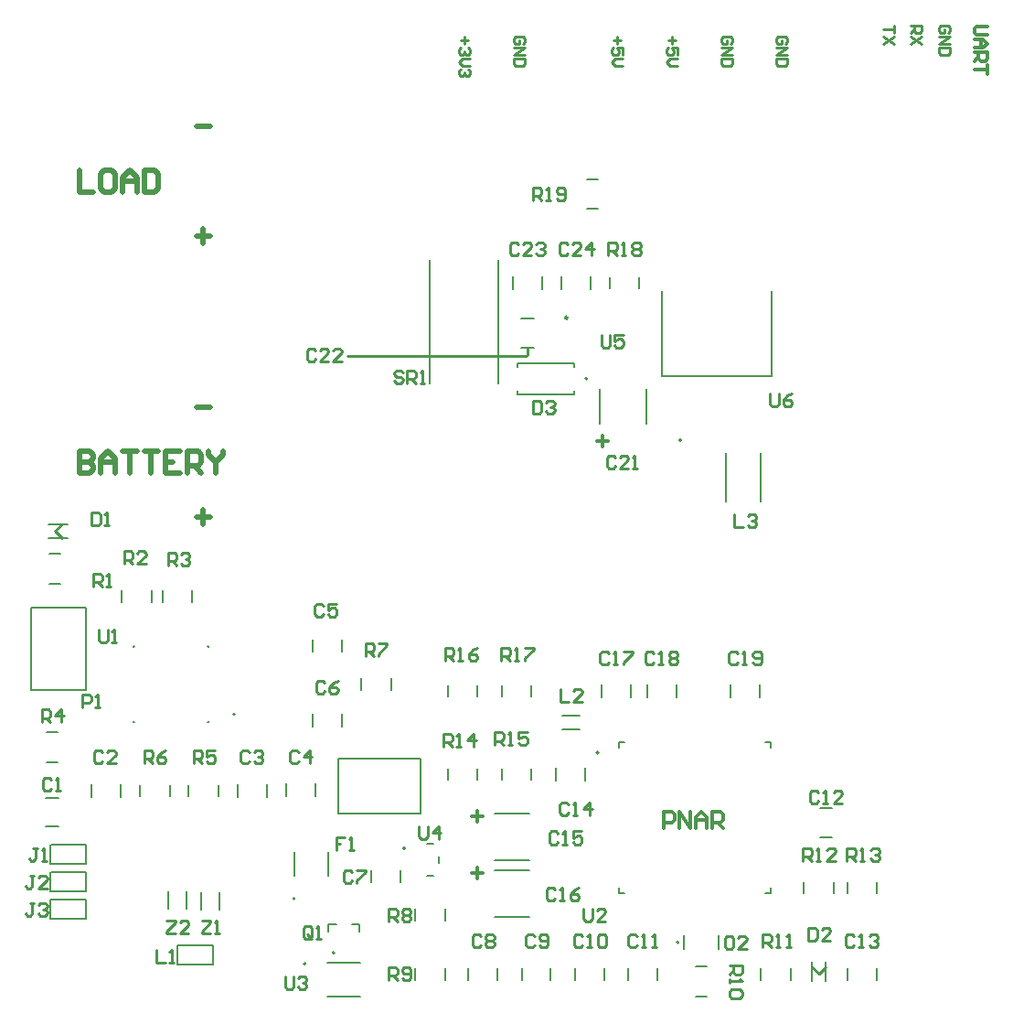
<source format=gbr>
%TF.GenerationSoftware,Altium Limited,Altium Designer,25.2.1 (25)*%
G04 Layer_Color=65535*
%FSLAX43Y43*%
%MOMM*%
%TF.SameCoordinates,7C0E47B1-FCB0-489D-9A0F-BE08455AC9EA*%
%TF.FilePolarity,Positive*%
%TF.FileFunction,Legend,Top*%
%TF.Part,Single*%
G01*
G75*
%TA.AperFunction,NonConductor*%
%ADD71C,0.250*%
%ADD72C,0.200*%
%ADD73C,0.000*%
%ADD74C,0.254*%
%ADD75C,0.127*%
%ADD76C,0.300*%
%ADD77C,0.500*%
D71*
X50750Y63750D02*
G03*
X50750Y63750I-125J0D01*
G01*
X70913Y89084D02*
X71080Y89250D01*
Y89583D01*
X70913Y89750D01*
X70247D01*
X70080Y89583D01*
Y89250D01*
X70247Y89084D01*
X70580D01*
Y89417D01*
X70080Y88750D02*
X71080D01*
X70080Y88084D01*
X71080D01*
Y87751D02*
X70080D01*
Y87251D01*
X70247Y87084D01*
X70913D01*
X71080Y87251D01*
Y87751D01*
X65833Y89084D02*
X66000Y89250D01*
Y89583D01*
X65833Y89750D01*
X65167D01*
X65000Y89583D01*
Y89250D01*
X65167Y89084D01*
X65500D01*
Y89417D01*
X65000Y88750D02*
X66000D01*
X65000Y88084D01*
X66000D01*
Y87751D02*
X65000D01*
Y87251D01*
X65167Y87084D01*
X65833D01*
X66000Y87251D01*
Y87751D01*
X46561Y89084D02*
X46728Y89250D01*
Y89583D01*
X46561Y89750D01*
X45895D01*
X45728Y89583D01*
Y89250D01*
X45895Y89084D01*
X46228D01*
Y89417D01*
X45728Y88750D02*
X46728D01*
X45728Y88084D01*
X46728D01*
Y87751D02*
X45728D01*
Y87251D01*
X45895Y87084D01*
X46561D01*
X46728Y87251D01*
Y87751D01*
X41148Y89750D02*
Y89084D01*
X41481Y89417D02*
X40815D01*
X41481Y88750D02*
X41648Y88584D01*
Y88250D01*
X41481Y88084D01*
X41315D01*
X41148Y88250D01*
Y88417D01*
Y88250D01*
X40981Y88084D01*
X40815D01*
X40648Y88250D01*
Y88584D01*
X40815Y88750D01*
X41648Y87751D02*
X40981D01*
X40648Y87417D01*
X40981Y87084D01*
X41648D01*
X41481Y86751D02*
X41648Y86584D01*
Y86251D01*
X41481Y86085D01*
X41315D01*
X41148Y86251D01*
Y86418D01*
Y86251D01*
X40981Y86085D01*
X40815D01*
X40648Y86251D01*
Y86584D01*
X40815Y86751D01*
X55340Y89750D02*
Y89084D01*
X55673Y89417D02*
X55007D01*
X55840Y88084D02*
Y88750D01*
X55340D01*
X55507Y88417D01*
Y88250D01*
X55340Y88084D01*
X55007D01*
X54840Y88250D01*
Y88584D01*
X55007Y88750D01*
X55840Y87751D02*
X55173D01*
X54840Y87417D01*
X55173Y87084D01*
X55840D01*
X60420Y89750D02*
Y89084D01*
X60753Y89417D02*
X60087D01*
X60920Y88084D02*
Y88750D01*
X60420D01*
X60587Y88417D01*
Y88250D01*
X60420Y88084D01*
X60087D01*
X59920Y88250D01*
Y88584D01*
X60087Y88750D01*
X60920Y87751D02*
X60253D01*
X59920Y87417D01*
X60253Y87084D01*
X60920D01*
X80986Y90750D02*
Y90084D01*
Y90417D01*
X79986D01*
X80986Y89750D02*
X79986Y89084D01*
X80986D02*
X79986Y89750D01*
X82526Y90750D02*
X83526D01*
Y90250D01*
X83359Y90084D01*
X83026D01*
X82859Y90250D01*
Y90750D01*
Y90417D02*
X82526Y90084D01*
X83526Y89750D02*
X82526Y89084D01*
X83526D02*
X82526Y89750D01*
X85925Y90084D02*
X86092Y90250D01*
Y90583D01*
X85925Y90750D01*
X85259D01*
X85092Y90583D01*
Y90250D01*
X85259Y90084D01*
X85592D01*
Y90417D01*
X85092Y89750D02*
X86092D01*
X85092Y89084D01*
X86092D01*
Y88751D02*
X85092D01*
Y88251D01*
X85259Y88084D01*
X85925D01*
X86092Y88251D01*
Y88751D01*
D72*
X52546Y58100D02*
G03*
X52546Y58100I-100J0D01*
G01*
X61251Y52410D02*
G03*
X61251Y52410I-126J0D01*
G01*
X19951Y27051D02*
G03*
X19951Y27051I-100J0D01*
G01*
X29150Y5000D02*
G03*
X29150Y5000I-100J0D01*
G01*
X26480Y3955D02*
G03*
X26480Y3955I-100J0D01*
G01*
X53600Y23500D02*
G03*
X53600Y23500I-100J0D01*
G01*
X61019Y5969D02*
G03*
X61019Y5969I-100J0D01*
G01*
X35690Y14650D02*
G03*
X35690Y14650I-100J0D01*
G01*
X44348Y57658D02*
Y69088D01*
X37948Y57658D02*
Y69088D01*
X58030Y53916D02*
Y57141D01*
X53730Y53916D02*
Y57141D01*
X59420Y58321D02*
Y66205D01*
X69580Y58321D02*
Y66205D01*
X59420Y58321D02*
X69580D01*
X74650Y2407D02*
Y4183D01*
X73350D02*
X73365Y2407D01*
X2612Y43350D02*
X4388D01*
X2612Y44635D02*
X4388Y44650D01*
X43925Y12650D02*
X47150D01*
X43925Y8350D02*
X47150D01*
X6096Y32089D02*
Y36957D01*
Y29337D02*
Y36957D01*
X1016Y29337D02*
Y36957D01*
Y29337D02*
X6096D01*
X1016Y36957D02*
X6096D01*
X32216Y17907D02*
X37084D01*
X29464D02*
X37084D01*
X29464Y22987D02*
X37084D01*
X29464Y17907D02*
Y22987D01*
X37084Y17907D02*
Y22987D01*
X68600Y46750D02*
Y51250D01*
X65400Y46750D02*
Y51250D01*
X43925Y13550D02*
X47150D01*
X43925Y17850D02*
X47150D01*
D73*
X25527Y9997D02*
G03*
X25527Y9997I-127J0D01*
G01*
D74*
X30353Y60198D02*
X46863Y60198D01*
X47000Y60335D01*
Y60950D01*
X74000Y3041D02*
X74635Y3676D01*
X73365D02*
X74000Y3041D01*
X3246Y44000D02*
X3881Y43365D01*
X3246Y44000D02*
X3881Y44635D01*
X53864Y62195D02*
Y61195D01*
X54064Y60995D01*
X54464D01*
X54664Y61195D01*
Y62195D01*
X55864D02*
X55064D01*
Y61595D01*
X55464Y61795D01*
X55664D01*
X55864Y61595D01*
Y61195D01*
X55664Y60995D01*
X55264D01*
X55064Y61195D01*
X35468Y58693D02*
X35268Y58893D01*
X34868D01*
X34668Y58693D01*
Y58493D01*
X34868Y58293D01*
X35268D01*
X35468Y58093D01*
Y57893D01*
X35268Y57693D01*
X34868D01*
X34668Y57893D01*
X35868Y57693D02*
Y58893D01*
X36468D01*
X36668Y58693D01*
Y58293D01*
X36468Y58093D01*
X35868D01*
X36268D02*
X36668Y57693D01*
X37068D02*
X37468D01*
X37268D01*
Y58893D01*
X37068Y58693D01*
X47514Y56099D02*
Y54899D01*
X48114D01*
X48314Y55099D01*
Y55899D01*
X48114Y56099D01*
X47514D01*
X48714Y55899D02*
X48914Y56099D01*
X49314D01*
X49514Y55899D01*
Y55699D01*
X49314Y55499D01*
X49114D01*
X49314D01*
X49514Y55299D01*
Y55099D01*
X49314Y54899D01*
X48914D01*
X48714Y55099D01*
X55153Y50819D02*
X54953Y51019D01*
X54553D01*
X54353Y50819D01*
Y50019D01*
X54553Y49819D01*
X54953D01*
X55153Y50019D01*
X56353Y49819D02*
X55553D01*
X56353Y50619D01*
Y50819D01*
X56153Y51019D01*
X55753D01*
X55553Y50819D01*
X56753Y49819D02*
X57153D01*
X56953D01*
Y51019D01*
X56753Y50819D01*
X69485Y56734D02*
Y55734D01*
X69685Y55534D01*
X70085D01*
X70285Y55734D01*
Y56734D01*
X71485D02*
X71085Y56534D01*
X70685Y56134D01*
Y55734D01*
X70885Y55534D01*
X71285D01*
X71485Y55734D01*
Y55934D01*
X71285Y56134D01*
X70685D01*
X7328Y34890D02*
Y33890D01*
X7528Y33690D01*
X7928D01*
X8128Y33890D01*
Y34890D01*
X8528Y33690D02*
X8928D01*
X8728D01*
Y34890D01*
X8528Y34690D01*
X47522Y74584D02*
Y75784D01*
X48122D01*
X48322Y75584D01*
Y75184D01*
X48122Y74984D01*
X47522D01*
X47922D02*
X48322Y74584D01*
X48722D02*
X49122D01*
X48922D01*
Y75784D01*
X48722Y75584D01*
X49722Y74784D02*
X49922Y74584D01*
X50322D01*
X50522Y74784D01*
Y75584D01*
X50322Y75784D01*
X49922D01*
X49722Y75584D01*
Y75384D01*
X49922Y75184D01*
X50522D01*
X13605Y7966D02*
X14405D01*
Y7766D01*
X13605Y6966D01*
Y6766D01*
X14405D01*
X15605D02*
X14805D01*
X15605Y7566D01*
Y7766D01*
X15405Y7966D01*
X15005D01*
X14805Y7766D01*
X16853Y7966D02*
X17653D01*
Y7766D01*
X16853Y6966D01*
Y6766D01*
X17653D01*
X18053D02*
X18453D01*
X18253D01*
Y7966D01*
X18053Y7766D01*
X36973Y16729D02*
Y15729D01*
X37173Y15529D01*
X37573D01*
X37773Y15729D01*
Y16729D01*
X38773Y15529D02*
Y16729D01*
X38173Y16129D01*
X38973D01*
X24555Y2846D02*
Y1846D01*
X24755Y1646D01*
X25155D01*
X25355Y1846D01*
Y2846D01*
X25755Y2646D02*
X25955Y2846D01*
X26355D01*
X26555Y2646D01*
Y2446D01*
X26355Y2246D01*
X26155D01*
X26355D01*
X26555Y2046D01*
Y1846D01*
X26355Y1646D01*
X25955D01*
X25755Y1846D01*
X52213Y9109D02*
Y8109D01*
X52413Y7909D01*
X52813D01*
X53013Y8109D01*
Y9109D01*
X54213Y7909D02*
X53413D01*
X54213Y8709D01*
Y8909D01*
X54013Y9109D01*
X53613D01*
X53413Y8909D01*
X54507Y69504D02*
Y70704D01*
X55107D01*
X55307Y70504D01*
Y70104D01*
X55107Y69904D01*
X54507D01*
X54907D02*
X55307Y69504D01*
X55707D02*
X56107D01*
X55907D01*
Y70704D01*
X55707Y70504D01*
X56707D02*
X56907Y70704D01*
X57307D01*
X57507Y70504D01*
Y70304D01*
X57307Y70104D01*
X57507Y69904D01*
Y69704D01*
X57307Y69504D01*
X56907D01*
X56707Y69704D01*
Y69904D01*
X56907Y70104D01*
X56707Y70304D01*
Y70504D01*
X56907Y70104D02*
X57307D01*
X6820Y38884D02*
Y40084D01*
X7420D01*
X7620Y39884D01*
Y39484D01*
X7420Y39284D01*
X6820D01*
X7220D02*
X7620Y38884D01*
X8020D02*
X8420D01*
X8220D01*
Y40084D01*
X8020Y39884D01*
X11518Y22514D02*
Y23714D01*
X12118D01*
X12318Y23514D01*
Y23114D01*
X12118Y22914D01*
X11518D01*
X11918D02*
X12318Y22514D01*
X13518Y23714D02*
X13118Y23514D01*
X12718Y23114D01*
Y22714D01*
X12918Y22514D01*
X13318D01*
X13518Y22714D01*
Y22914D01*
X13318Y23114D01*
X12718D01*
X16073Y22514D02*
Y23714D01*
X16673D01*
X16873Y23514D01*
Y23114D01*
X16673Y22914D01*
X16073D01*
X16473D02*
X16873Y22514D01*
X18073Y23714D02*
X17273D01*
Y23114D01*
X17673Y23314D01*
X17873D01*
X18073Y23114D01*
Y22714D01*
X17873Y22514D01*
X17473D01*
X17273Y22714D01*
X9673Y40956D02*
Y42156D01*
X10273D01*
X10473Y41956D01*
Y41556D01*
X10273Y41356D01*
X9673D01*
X10073D02*
X10473Y40956D01*
X11673D02*
X10873D01*
X11673Y41756D01*
Y41956D01*
X11473Y42156D01*
X11073D01*
X10873Y41956D01*
X13727Y40829D02*
Y42029D01*
X14327D01*
X14527Y41829D01*
Y41429D01*
X14327Y41229D01*
X13727D01*
X14127D02*
X14527Y40829D01*
X14927Y41829D02*
X15127Y42029D01*
X15527D01*
X15727Y41829D01*
Y41629D01*
X15527Y41429D01*
X15327D01*
X15527D01*
X15727Y41229D01*
Y41029D01*
X15527Y40829D01*
X15127D01*
X14927Y41029D01*
X2048Y26308D02*
Y27508D01*
X2648D01*
X2848Y27308D01*
Y26908D01*
X2648Y26708D01*
X2048D01*
X2448D02*
X2848Y26308D01*
X3848D02*
Y27508D01*
X3248Y26908D01*
X4048D01*
X44003Y24202D02*
Y25401D01*
X44602D01*
X44802Y25201D01*
Y24802D01*
X44602Y24602D01*
X44003D01*
X44402D02*
X44802Y24202D01*
X45202D02*
X45602D01*
X45402D01*
Y25401D01*
X45202Y25201D01*
X47002Y25401D02*
X46202D01*
Y24802D01*
X46602Y25001D01*
X46802D01*
X47002Y24802D01*
Y24402D01*
X46802Y24202D01*
X46402D01*
X46202Y24402D01*
X32000Y32426D02*
Y33626D01*
X32600D01*
X32800Y33426D01*
Y33026D01*
X32600Y32826D01*
X32000D01*
X32400D02*
X32800Y32426D01*
X33200Y33626D02*
X34000D01*
Y33426D01*
X33200Y32626D01*
Y32426D01*
X39246Y24075D02*
Y25274D01*
X39846D01*
X40046Y25074D01*
Y24675D01*
X39846Y24475D01*
X39246D01*
X39646D02*
X40046Y24075D01*
X40446D02*
X40846D01*
X40646D01*
Y25274D01*
X40446Y25074D01*
X42046Y24075D02*
Y25274D01*
X41446Y24675D01*
X42246D01*
X68804Y5496D02*
Y6696D01*
X69404D01*
X69604Y6496D01*
Y6096D01*
X69404Y5896D01*
X68804D01*
X69204D02*
X69604Y5496D01*
X70004D02*
X70404D01*
X70204D01*
Y6696D01*
X70004Y6496D01*
X71004Y5496D02*
X71404D01*
X71204D01*
Y6696D01*
X71004Y6496D01*
X34179Y2448D02*
Y3648D01*
X34779D01*
X34979Y3448D01*
Y3048D01*
X34779Y2848D01*
X34179D01*
X34579D02*
X34979Y2448D01*
X35379Y2648D02*
X35579Y2448D01*
X35979D01*
X36179Y2648D01*
Y3448D01*
X35979Y3648D01*
X35579D01*
X35379Y3448D01*
Y3248D01*
X35579Y3048D01*
X36179D01*
X34179Y7909D02*
Y9109D01*
X34779D01*
X34979Y8909D01*
Y8509D01*
X34779Y8309D01*
X34179D01*
X34579D02*
X34979Y7909D01*
X35379Y8909D02*
X35579Y9109D01*
X35979D01*
X36179Y8909D01*
Y8709D01*
X35979Y8509D01*
X36179Y8309D01*
Y8109D01*
X35979Y7909D01*
X35579D01*
X35379Y8109D01*
Y8309D01*
X35579Y8509D01*
X35379Y8709D01*
Y8909D01*
X35579Y8509D02*
X35979D01*
X44601Y32039D02*
Y33239D01*
X45201D01*
X45401Y33039D01*
Y32639D01*
X45201Y32439D01*
X44601D01*
X45001D02*
X45401Y32039D01*
X45801D02*
X46201D01*
X46001D01*
Y33239D01*
X45801Y33039D01*
X46801Y33239D02*
X47601D01*
Y33039D01*
X46801Y32239D01*
Y32039D01*
X76605Y13497D02*
Y14697D01*
X77205D01*
X77405Y14497D01*
Y14097D01*
X77205Y13897D01*
X76605D01*
X77005D02*
X77405Y13497D01*
X77805D02*
X78205D01*
X78005D01*
Y14697D01*
X77805Y14497D01*
X78805D02*
X79005Y14697D01*
X79405D01*
X79605Y14497D01*
Y14297D01*
X79405Y14097D01*
X79205D01*
X79405D01*
X79605Y13897D01*
Y13697D01*
X79405Y13497D01*
X79005D01*
X78805Y13697D01*
X72541Y13497D02*
Y14697D01*
X73141D01*
X73341Y14497D01*
Y14097D01*
X73141Y13897D01*
X72541D01*
X72941D02*
X73341Y13497D01*
X73741D02*
X74141D01*
X73941D01*
Y14697D01*
X73741Y14497D01*
X75541Y13497D02*
X74741D01*
X75541Y14297D01*
Y14497D01*
X75341Y14697D01*
X74941D01*
X74741Y14497D01*
X65694Y3786D02*
X66894D01*
Y3186D01*
X66694Y2986D01*
X66294D01*
X66094Y3186D01*
Y3786D01*
Y3386D02*
X65694Y2986D01*
Y2586D02*
Y2186D01*
Y2386D01*
X66894D01*
X66694Y2586D01*
Y1586D02*
X66894Y1386D01*
Y986D01*
X66694Y786D01*
X65894D01*
X65694Y986D01*
Y1386D01*
X65894Y1586D01*
X66694D01*
X39373Y32039D02*
Y33238D01*
X39973D01*
X40173Y33038D01*
Y32639D01*
X39973Y32439D01*
X39373D01*
X39773D02*
X40173Y32039D01*
X40573D02*
X40973D01*
X40773D01*
Y33238D01*
X40573Y33038D01*
X42373Y33238D02*
X41973Y33038D01*
X41573Y32639D01*
Y32239D01*
X41773Y32039D01*
X42173D01*
X42373Y32239D01*
Y32439D01*
X42173Y32639D01*
X41573D01*
X27051Y6458D02*
Y7258D01*
X26851Y7458D01*
X26451D01*
X26251Y7258D01*
Y6458D01*
X26451Y6258D01*
X26851D01*
X26651Y6658D02*
X27051Y6258D01*
X26851D02*
X27051Y6458D01*
X27451Y6258D02*
X27851D01*
X27651D01*
Y7458D01*
X27451Y7258D01*
X5804Y27721D02*
Y28921D01*
X6404D01*
X6604Y28721D01*
Y28321D01*
X6404Y28121D01*
X5804D01*
X7004Y27721D02*
X7404D01*
X7204D01*
Y28921D01*
X7004Y28721D01*
X65894Y6569D02*
X65494D01*
X65294Y6369D01*
Y5569D01*
X65494Y5369D01*
X65894D01*
X66094Y5569D01*
Y6369D01*
X65894Y6569D01*
X67294Y5369D02*
X66494D01*
X67294Y6169D01*
Y6369D01*
X67094Y6569D01*
X66694D01*
X66494Y6369D01*
X66183Y45558D02*
Y44358D01*
X66983D01*
X67383Y45358D02*
X67583Y45558D01*
X67983D01*
X68183Y45358D01*
Y45158D01*
X67983Y44958D01*
X67783D01*
X67983D01*
X68183Y44758D01*
Y44558D01*
X67983Y44358D01*
X67583D01*
X67383Y44558D01*
X12662Y5299D02*
Y4099D01*
X13462D01*
X13862D02*
X14262D01*
X14062D01*
Y5299D01*
X13862Y5099D01*
X50054Y29429D02*
Y28229D01*
X50854D01*
X52054D02*
X51254D01*
X52054Y29029D01*
Y29229D01*
X51854Y29429D01*
X51454D01*
X51254Y29229D01*
X1324Y9617D02*
X924D01*
X1124D01*
Y8617D01*
X924Y8417D01*
X724D01*
X524Y8617D01*
X1724Y9417D02*
X1924Y9617D01*
X2324D01*
X2524Y9417D01*
Y9217D01*
X2324Y9017D01*
X2124D01*
X2324D01*
X2524Y8817D01*
Y8617D01*
X2324Y8417D01*
X1924D01*
X1724Y8617D01*
X1324Y12157D02*
X924D01*
X1124D01*
Y11157D01*
X924Y10957D01*
X724D01*
X524Y11157D01*
X2524Y10957D02*
X1724D01*
X2524Y11757D01*
Y11957D01*
X2324Y12157D01*
X1924D01*
X1724Y11957D01*
X1651Y14697D02*
X1251D01*
X1451D01*
Y13697D01*
X1251Y13497D01*
X1051D01*
X851Y13697D01*
X2051Y13497D02*
X2451D01*
X2251D01*
Y14697D01*
X2051Y14497D01*
X30099Y15713D02*
X29299D01*
Y15113D01*
X29699D01*
X29299D01*
Y14513D01*
X30499D02*
X30899D01*
X30699D01*
Y15713D01*
X30499Y15513D01*
X6637Y45743D02*
Y44543D01*
X7237D01*
X7437Y44743D01*
Y45543D01*
X7237Y45743D01*
X6637D01*
X7837Y44543D02*
X8237D01*
X8037D01*
Y45743D01*
X7837Y45543D01*
X73041Y7331D02*
Y6131D01*
X73641D01*
X73841Y6331D01*
Y7131D01*
X73641Y7331D01*
X73041D01*
X75041Y6131D02*
X74241D01*
X75041Y6931D01*
Y7131D01*
X74841Y7331D01*
X74441D01*
X74241Y7131D01*
X46190Y70504D02*
X45990Y70704D01*
X45590D01*
X45391Y70504D01*
Y69704D01*
X45590Y69504D01*
X45990D01*
X46190Y69704D01*
X47390Y69504D02*
X46590D01*
X47390Y70304D01*
Y70504D01*
X47190Y70704D01*
X46790D01*
X46590Y70504D01*
X47790D02*
X47990Y70704D01*
X48390D01*
X48589Y70504D01*
Y70304D01*
X48390Y70104D01*
X48190D01*
X48390D01*
X48589Y69904D01*
Y69704D01*
X48390Y69504D01*
X47990D01*
X47790Y69704D01*
X27394Y60725D02*
X27194Y60925D01*
X26794D01*
X26595Y60725D01*
Y59925D01*
X26794Y59725D01*
X27194D01*
X27394Y59925D01*
X28594Y59725D02*
X27794D01*
X28594Y60525D01*
Y60725D01*
X28394Y60925D01*
X27994D01*
X27794Y60725D01*
X29793Y59725D02*
X28994D01*
X29793Y60525D01*
Y60725D01*
X29594Y60925D01*
X29194D01*
X28994Y60725D01*
X50762Y70504D02*
X50562Y70704D01*
X50162D01*
X49963Y70504D01*
Y69704D01*
X50162Y69504D01*
X50562D01*
X50762Y69704D01*
X51962Y69504D02*
X51162D01*
X51962Y70304D01*
Y70504D01*
X51762Y70704D01*
X51362D01*
X51162Y70504D01*
X52962Y69504D02*
Y70704D01*
X52362Y70104D01*
X53161D01*
X7674Y23514D02*
X7474Y23714D01*
X7074D01*
X6874Y23514D01*
Y22714D01*
X7074Y22514D01*
X7474D01*
X7674Y22714D01*
X8874Y22514D02*
X8074D01*
X8874Y23314D01*
Y23514D01*
X8674Y23714D01*
X8274D01*
X8074Y23514D01*
X21263D02*
X21063Y23714D01*
X20663D01*
X20463Y23514D01*
Y22714D01*
X20663Y22514D01*
X21063D01*
X21263Y22714D01*
X21663Y23514D02*
X21863Y23714D01*
X22263D01*
X22463Y23514D01*
Y23314D01*
X22263Y23114D01*
X22063D01*
X22263D01*
X22463Y22914D01*
Y22714D01*
X22263Y22514D01*
X21863D01*
X21663Y22714D01*
X25835Y23514D02*
X25635Y23714D01*
X25235D01*
X25035Y23514D01*
Y22714D01*
X25235Y22514D01*
X25635D01*
X25835Y22714D01*
X26835Y22514D02*
Y23714D01*
X26235Y23114D01*
X27035D01*
X2921Y20974D02*
X2721Y21174D01*
X2321D01*
X2121Y20974D01*
Y20174D01*
X2321Y19974D01*
X2721D01*
X2921Y20174D01*
X3321Y19974D02*
X3721D01*
X3521D01*
Y21174D01*
X3321Y20974D01*
X28248Y29991D02*
X28048Y30191D01*
X27648D01*
X27448Y29991D01*
Y29191D01*
X27648Y28991D01*
X28048D01*
X28248Y29191D01*
X29448Y30191D02*
X29048Y29991D01*
X28648Y29591D01*
Y29191D01*
X28848Y28991D01*
X29248D01*
X29448Y29191D01*
Y29391D01*
X29248Y29591D01*
X28648D01*
X28121Y37103D02*
X27921Y37303D01*
X27521D01*
X27321Y37103D01*
Y36303D01*
X27521Y36103D01*
X27921D01*
X28121Y36303D01*
X29321Y37303D02*
X28521D01*
Y36703D01*
X28921Y36903D01*
X29121D01*
X29321Y36703D01*
Y36303D01*
X29121Y36103D01*
X28721D01*
X28521Y36303D01*
X77278Y6496D02*
X77078Y6696D01*
X76678D01*
X76478Y6496D01*
Y5696D01*
X76678Y5496D01*
X77078D01*
X77278Y5696D01*
X77678Y5496D02*
X78078D01*
X77878D01*
Y6696D01*
X77678Y6496D01*
X78678D02*
X78878Y6696D01*
X79278D01*
X79478Y6496D01*
Y6296D01*
X79278Y6096D01*
X79078D01*
X79278D01*
X79478Y5896D01*
Y5696D01*
X79278Y5496D01*
X78878D01*
X78678Y5696D01*
X58736Y32658D02*
X58536Y32858D01*
X58136D01*
X57936Y32658D01*
Y31858D01*
X58136Y31658D01*
X58536D01*
X58736Y31858D01*
X59136Y31658D02*
X59536D01*
X59336D01*
Y32858D01*
X59136Y32658D01*
X60136D02*
X60336Y32858D01*
X60736D01*
X60936Y32658D01*
Y32458D01*
X60736Y32258D01*
X60936Y32058D01*
Y31858D01*
X60736Y31658D01*
X60336D01*
X60136Y31858D01*
Y32058D01*
X60336Y32258D01*
X60136Y32458D01*
Y32658D01*
X60336Y32258D02*
X60736D01*
X73976Y19831D02*
X73776Y20031D01*
X73376D01*
X73176Y19831D01*
Y19031D01*
X73376Y18831D01*
X73776D01*
X73976Y19031D01*
X74376Y18831D02*
X74776D01*
X74576D01*
Y20031D01*
X74376Y19831D01*
X76176Y18831D02*
X75376D01*
X76176Y19631D01*
Y19831D01*
X75976Y20031D01*
X75576D01*
X75376Y19831D01*
X66483Y32658D02*
X66283Y32858D01*
X65883D01*
X65683Y32658D01*
Y31858D01*
X65883Y31658D01*
X66283D01*
X66483Y31858D01*
X66883Y31658D02*
X67283D01*
X67083D01*
Y32858D01*
X66883Y32658D01*
X67883Y31858D02*
X68083Y31658D01*
X68483D01*
X68683Y31858D01*
Y32658D01*
X68483Y32858D01*
X68083D01*
X67883Y32658D01*
Y32458D01*
X68083Y32258D01*
X68683D01*
X50808Y18725D02*
X50608Y18925D01*
X50208D01*
X50008Y18725D01*
Y17925D01*
X50208Y17725D01*
X50608D01*
X50808Y17925D01*
X51208Y17725D02*
X51608D01*
X51408D01*
Y18925D01*
X51208Y18725D01*
X52808Y17725D02*
Y18925D01*
X52208Y18325D01*
X53008D01*
X57158Y6496D02*
X56958Y6696D01*
X56558D01*
X56358Y6496D01*
Y5696D01*
X56558Y5496D01*
X56958D01*
X57158Y5696D01*
X57558Y5496D02*
X57958D01*
X57758D01*
Y6696D01*
X57558Y6496D01*
X58558Y5496D02*
X58958D01*
X58758D01*
Y6696D01*
X58558Y6496D01*
X54545Y32658D02*
X54345Y32858D01*
X53945D01*
X53745Y32658D01*
Y31858D01*
X53945Y31658D01*
X54345D01*
X54545Y31858D01*
X54945Y31658D02*
X55345D01*
X55145D01*
Y32858D01*
X54945Y32658D01*
X55945Y32858D02*
X56745D01*
Y32658D01*
X55945Y31858D01*
Y31658D01*
X42726Y6496D02*
X42526Y6696D01*
X42126D01*
X41926Y6496D01*
Y5696D01*
X42126Y5496D01*
X42526D01*
X42726Y5696D01*
X43126Y6496D02*
X43326Y6696D01*
X43726D01*
X43926Y6496D01*
Y6296D01*
X43726Y6096D01*
X43926Y5896D01*
Y5696D01*
X43726Y5496D01*
X43326D01*
X43126Y5696D01*
Y5896D01*
X43326Y6096D01*
X43126Y6296D01*
Y6496D01*
X43326Y6096D02*
X43726D01*
X47679Y6496D02*
X47479Y6696D01*
X47079D01*
X46879Y6496D01*
Y5696D01*
X47079Y5496D01*
X47479D01*
X47679Y5696D01*
X48079D02*
X48279Y5496D01*
X48679D01*
X48879Y5696D01*
Y6496D01*
X48679Y6696D01*
X48279D01*
X48079Y6496D01*
Y6296D01*
X48279Y6096D01*
X48879D01*
X49592Y10822D02*
X49392Y11022D01*
X48992D01*
X48792Y10822D01*
Y10022D01*
X48992Y9822D01*
X49392D01*
X49592Y10022D01*
X49992Y9822D02*
X50392D01*
X50192D01*
Y11022D01*
X49992Y10822D01*
X51792Y11022D02*
X51392Y10822D01*
X50992Y10422D01*
Y10022D01*
X51192Y9822D01*
X51592D01*
X51792Y10022D01*
Y10222D01*
X51592Y10422D01*
X50992D01*
X52132Y6496D02*
X51932Y6696D01*
X51532D01*
X51332Y6496D01*
Y5696D01*
X51532Y5496D01*
X51932D01*
X52132Y5696D01*
X52532Y5496D02*
X52932D01*
X52732D01*
Y6696D01*
X52532Y6496D01*
X53532D02*
X53732Y6696D01*
X54132D01*
X54332Y6496D01*
Y5696D01*
X54132Y5496D01*
X53732D01*
X53532Y5696D01*
Y6496D01*
X49846Y16029D02*
X49646Y16229D01*
X49246D01*
X49046Y16029D01*
Y15229D01*
X49246Y15029D01*
X49646D01*
X49846Y15229D01*
X50246Y15029D02*
X50646D01*
X50446D01*
Y16229D01*
X50246Y16029D01*
X52046Y16229D02*
X51246D01*
Y15629D01*
X51646Y15829D01*
X51846D01*
X52046Y15629D01*
Y15229D01*
X51846Y15029D01*
X51446D01*
X51246Y15229D01*
X30788Y12465D02*
X30588Y12665D01*
X30188D01*
X29988Y12465D01*
Y11665D01*
X30188Y11465D01*
X30588D01*
X30788Y11665D01*
X31188Y12665D02*
X31988D01*
Y12465D01*
X31188Y11665D01*
Y11465D01*
D75*
X46050Y59200D02*
Y59550D01*
X51350D01*
Y59200D02*
Y59550D01*
X46050Y56650D02*
Y57000D01*
Y56650D02*
X51350D01*
Y57000D01*
X50200Y26954D02*
X51800D01*
X50200Y25624D02*
X51800D01*
X17491Y26351D02*
Y26456D01*
Y33246D02*
Y33351D01*
X10491Y26351D02*
Y26456D01*
Y33246D02*
Y33351D01*
X17386Y26351D02*
X17491D01*
X17386Y33351D02*
X17491D01*
X10491Y26351D02*
X10596D01*
X10491Y33351D02*
X10596D01*
X28550Y6965D02*
Y7650D01*
X30720D02*
X31450D01*
X28550D02*
X29280D01*
X31450Y6965D02*
Y7650D01*
X65833Y28640D02*
Y29780D01*
X68533Y28640D02*
Y29780D01*
X52850Y66430D02*
Y67570D01*
X50150Y66430D02*
Y67570D01*
X54620Y66470D02*
Y67530D01*
X57380Y66470D02*
Y67530D01*
X45650Y66430D02*
Y67570D01*
X48350Y66430D02*
Y67570D01*
X2703Y41880D02*
X3763D01*
X2703Y39120D02*
X3763D01*
X29798Y25930D02*
Y27070D01*
X27098Y25930D02*
Y27070D01*
X18483Y8997D02*
Y10597D01*
X16823Y8997D02*
Y10597D01*
X15435Y9106D02*
Y10706D01*
X13775Y9106D02*
Y10706D01*
X14605Y3937D02*
X17907D01*
Y5715D01*
X14605D02*
X17907D01*
X14605Y3937D02*
Y5715D01*
X28600Y12097D02*
Y14297D01*
X25400Y12097D02*
Y14297D01*
X18400Y19470D02*
Y20530D01*
X15640Y19470D02*
Y20530D01*
X22850Y19430D02*
Y20570D01*
X20150Y19430D02*
Y20570D01*
X13900Y19470D02*
Y20530D01*
X11140Y19470D02*
Y20530D01*
X2470Y22620D02*
X3530D01*
X2470Y25380D02*
X3530D01*
X2430Y16650D02*
X3570D01*
X2430Y19350D02*
X3570D01*
X6150Y10640D02*
Y12440D01*
X2850Y10640D02*
Y12440D01*
Y10640D02*
X6150D01*
X2890Y12440D02*
X6110D01*
X36620Y2470D02*
Y3530D01*
X39380Y2470D02*
Y3530D01*
X76650Y2430D02*
Y3570D01*
X79350Y2430D02*
Y3570D01*
X71380Y2496D02*
Y3556D01*
X68620Y2496D02*
Y3556D01*
X52500Y76564D02*
X53560D01*
X52500Y73804D02*
X53560D01*
X42380Y20970D02*
Y22030D01*
X39620Y20970D02*
Y22030D01*
X46430Y60950D02*
X47570D01*
X46430Y63650D02*
X47570D01*
X47390Y20970D02*
Y22030D01*
X44630Y20970D02*
Y22030D01*
X47390Y28680D02*
Y29740D01*
X44630Y28680D02*
Y29740D01*
X42380Y28680D02*
Y29740D01*
X39620Y28680D02*
Y29740D01*
X28450Y950D02*
X31550D01*
X28450Y4050D02*
X31550D01*
X69000Y24500D02*
X69500D01*
Y24000D02*
Y24500D01*
X55500Y24000D02*
Y24500D01*
X56000D01*
X69500Y10500D02*
Y11000D01*
X69000Y10500D02*
X69500D01*
X55500D02*
X56000D01*
X55500D02*
Y11000D01*
X24685Y19496D02*
Y20636D01*
X27385Y19496D02*
Y20636D01*
X2890Y14980D02*
X6110D01*
X2850Y13180D02*
X6150D01*
X2850D02*
Y14980D01*
X6150Y13180D02*
Y14980D01*
X2890Y8100D02*
X6110D01*
X2850Y9900D02*
X6150D01*
Y8100D02*
Y9900D01*
X2850Y8100D02*
Y9900D01*
X6650Y19430D02*
Y20570D01*
X9350Y19430D02*
Y20570D01*
X15980Y37470D02*
Y38530D01*
X13220Y37470D02*
Y38530D01*
X12180Y37470D02*
Y38530D01*
X9420Y37470D02*
Y38530D01*
X31620Y29321D02*
Y30381D01*
X34380Y29321D02*
Y30381D01*
X29798Y32831D02*
Y33971D01*
X27098Y32831D02*
Y33971D01*
X56308Y2430D02*
Y3570D01*
X59008Y2430D02*
Y3570D01*
X61519Y5319D02*
Y6619D01*
X64719Y5319D02*
Y6619D01*
X52350Y20930D02*
Y22070D01*
X49650Y20930D02*
Y22070D01*
X35259Y11495D02*
Y12635D01*
X32559Y11495D02*
Y12635D01*
X37670Y15050D02*
X38330D01*
X38800Y13265D02*
Y13935D01*
X37670Y12150D02*
X38330D01*
X56595Y28640D02*
Y29780D01*
X53895Y28640D02*
Y29780D01*
X60786Y28640D02*
Y29780D01*
X58086Y28640D02*
Y29780D01*
X74105Y15650D02*
X75245D01*
X74105Y18350D02*
X75245D01*
X62589Y945D02*
X63649D01*
X62589Y3705D02*
X63649D01*
X79380Y10470D02*
Y11530D01*
X76620Y10470D02*
Y11530D01*
X75380Y10470D02*
Y11530D01*
X72620Y10470D02*
Y11530D01*
X39380Y7970D02*
Y9030D01*
X36620Y7970D02*
Y9030D01*
X54088Y2430D02*
Y3570D01*
X51388Y2430D02*
Y3570D01*
X49169Y2430D02*
Y3570D01*
X46469Y2430D02*
Y3570D01*
X44249Y2430D02*
Y3570D01*
X41549Y2430D02*
Y3570D01*
D76*
X53975Y51824D02*
Y52824D01*
X53475Y52324D02*
X54475D01*
X41833Y12405D02*
X42833D01*
X42333Y12905D02*
Y11905D01*
X89595Y90700D02*
X88595D01*
X88395Y90500D01*
Y90100D01*
X88595Y89900D01*
X89595D01*
X88395Y89500D02*
X89195D01*
X89595Y89101D01*
X89195Y88701D01*
X88395D01*
X88995D01*
Y89500D01*
X88395Y88301D02*
X89595D01*
Y87701D01*
X89395Y87501D01*
X88995D01*
X88795Y87701D01*
Y88301D01*
Y87901D02*
X88395Y87501D01*
X89595Y87101D02*
Y86301D01*
Y86701D01*
X88395D01*
X41833Y17605D02*
X42833D01*
X42333Y18105D02*
Y17105D01*
X59608Y16522D02*
Y18022D01*
X60358D01*
X60608Y17772D01*
Y17272D01*
X60358Y17022D01*
X59608D01*
X61107Y16522D02*
Y18022D01*
X62107Y16522D01*
Y18022D01*
X62607Y16522D02*
Y17522D01*
X63107Y18022D01*
X63607Y17522D01*
Y16522D01*
Y17272D01*
X62607D01*
X64106Y16522D02*
Y18022D01*
X64856D01*
X65106Y17772D01*
Y17272D01*
X64856Y17022D01*
X64106D01*
X64606D02*
X65106Y16522D01*
D77*
X5500Y51380D02*
Y49380D01*
X6500D01*
X6833Y49714D01*
Y50047D01*
X6500Y50380D01*
X5500D01*
X6500D01*
X6833Y50713D01*
Y51046D01*
X6500Y51380D01*
X5500D01*
X7499Y49380D02*
Y50713D01*
X8166Y51380D01*
X8832Y50713D01*
Y49380D01*
Y50380D01*
X7499D01*
X9499Y51380D02*
X10832D01*
X10165D01*
Y49380D01*
X11498Y51380D02*
X12831D01*
X12165D01*
Y49380D01*
X14830Y51380D02*
X13497D01*
Y49380D01*
X14830D01*
X13497Y50380D02*
X14164D01*
X15497Y49380D02*
Y51380D01*
X16496D01*
X16830Y51046D01*
Y50380D01*
X16496Y50047D01*
X15497D01*
X16163D02*
X16830Y49380D01*
X17496Y51380D02*
Y51046D01*
X18163Y50380D01*
X18829Y51046D01*
Y51380D01*
X18163Y50380D02*
Y49380D01*
X5500Y77380D02*
Y75380D01*
X6833D01*
X8499Y77380D02*
X7833D01*
X7499Y77046D01*
Y75714D01*
X7833Y75380D01*
X8499D01*
X8832Y75714D01*
Y77046D01*
X8499Y77380D01*
X9499Y75380D02*
Y76713D01*
X10165Y77380D01*
X10832Y76713D01*
Y75380D01*
Y76380D01*
X9499D01*
X11498Y77380D02*
Y75380D01*
X12498D01*
X12831Y75714D01*
Y77046D01*
X12498Y77380D01*
X11498D01*
X16334Y71300D02*
X17666D01*
X17000Y71966D02*
Y70634D01*
X16334Y81460D02*
X17666D01*
X16334Y55460D02*
X17666D01*
X16334Y45300D02*
X17666D01*
X17000Y45966D02*
Y44634D01*
%TF.MD5,ed456d36eb1eb84449114b40dcecb69a*%
M02*

</source>
